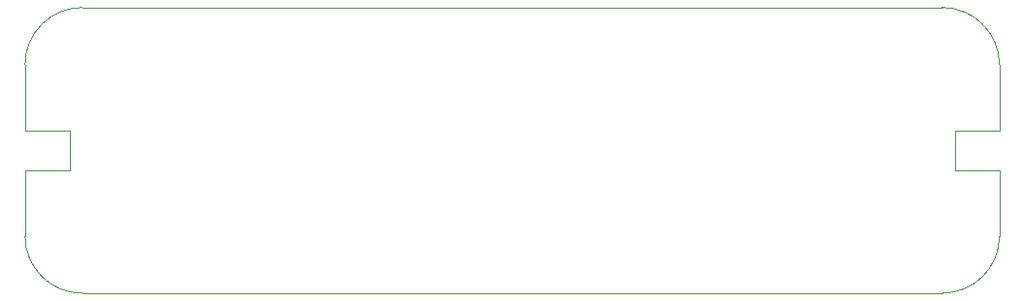
<source format=gko>
G04*
G04 #@! TF.GenerationSoftware,Altium Limited,Altium Designer,21.4.1 (30)*
G04*
G04 Layer_Color=16711935*
%FSLAX25Y25*%
%MOIN*%
G70*
G04*
G04 #@! TF.SameCoordinates,35213D09-E783-4A94-B544-0D3754CD514C*
G04*
G04*
G04 #@! TF.FilePolarity,Positive*
G04*
G01*
G75*
%ADD20C,0.00402*%
%ADD21C,0.00394*%
D20*
X19685Y98425D02*
G03*
X0Y78740I0J-19685D01*
G01*
X19685Y98425D02*
G03*
X0Y78740I0J-19685D01*
G01*
X334646D02*
G03*
X314961Y98425I-19685J0D01*
G01*
Y0D02*
G03*
X334646Y19685I0J19685D01*
G01*
X0D02*
G03*
X19685Y0I19685J0D01*
G01*
Y98425D02*
X314961D01*
X334646Y56063D02*
Y78740D01*
X19685Y-0D02*
X314961Y0D01*
X0Y56063D02*
Y78740D01*
D21*
X334646Y19685D02*
X334665Y42362D01*
X-20Y42362D02*
X0Y19685D01*
X-20Y42362D02*
X15374D01*
X-20Y56063D02*
X15374D01*
Y42362D02*
Y56063D01*
X319272Y42362D02*
Y56063D01*
Y42362D02*
X334665D01*
X319272Y56063D02*
X334665D01*
M02*

</source>
